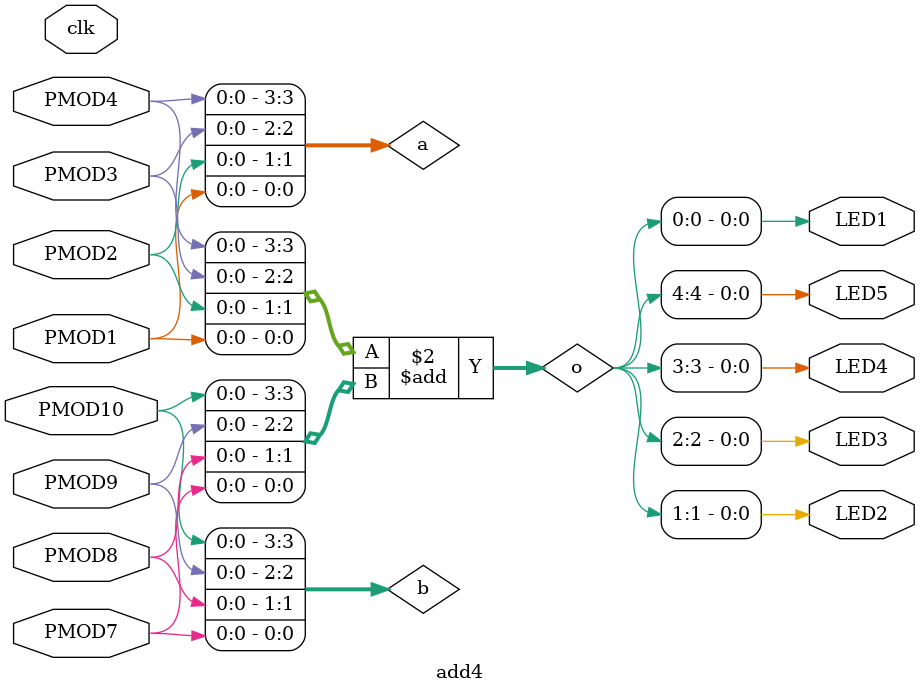
<source format=v>
`default_nettype none
module add4(
    input      clk,
    output     LED1,
    output     LED2,
    output     LED3,
    output     LED4,
    output     LED5,
    input      PMOD1, // input p1
    input      PMOD2, // input p2
    input      PMOD3, // input p3
    input      PMOD4,  // input p4
    input      PMOD7, // Using for second 4b input
    input      PMOD8, // 
    input      PMOD9, // 
    input      PMOD10  //
    );


// Alias inputs
wire  [3:0] a;
wire  [3:0] b;

// Alias outputs
reg   [4:0] o;

// assign inputs to signals with meaningful names
   assign a[0]=PMOD1;
   assign a[1]=PMOD2;
   assign a[2]=PMOD3;
   assign a[3]=PMOD4;

   assign b[0]=PMOD7;
   assign b[1]=PMOD8;
   assign b[2]=PMOD9;
   assign b[3]=PMOD10;
   

   always @(*) // combinational assignment -- always computing
   begin // 
     o<=a+b; 
     end

   // Wire up the lights
     assign LED1 = o[0];
     assign LED2 = o[1];
     assign LED3 = o[2];
     assign LED4 = o[3]; 
     assign LED5 = o[4]; 
endmodule

</source>
